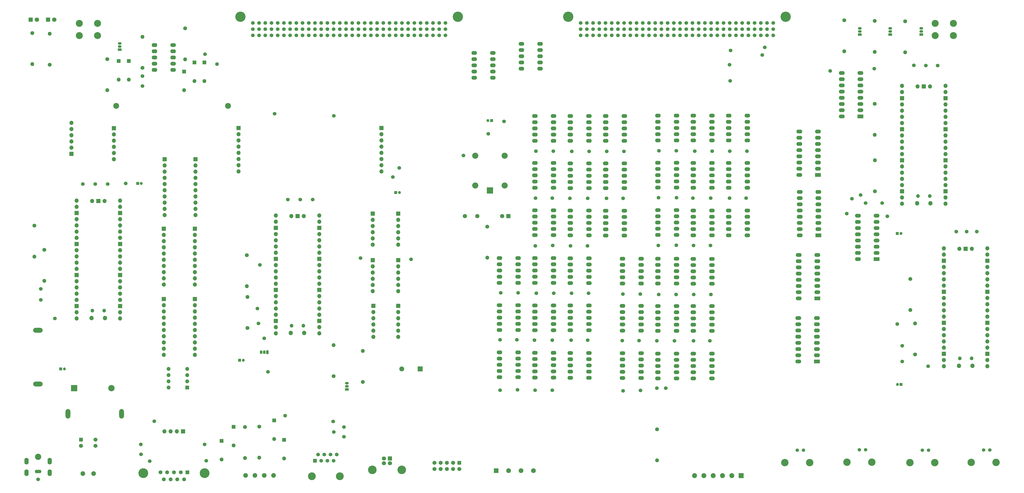
<source format=gbs>
G04 #@! TF.GenerationSoftware,KiCad,Pcbnew,(6.0.1)*
G04 #@! TF.CreationDate,2023-03-07T12:10:13-05:00*
G04 #@! TF.ProjectId,Interconnect,496e7465-7263-46f6-9e6e-6563742e6b69,1.0*
G04 #@! TF.SameCoordinates,Original*
G04 #@! TF.FileFunction,Soldermask,Bot*
G04 #@! TF.FilePolarity,Negative*
%FSLAX46Y46*%
G04 Gerber Fmt 4.6, Leading zero omitted, Abs format (unit mm)*
G04 Created by KiCad (PCBNEW (6.0.1)) date 2023-03-07 12:10:13*
%MOMM*%
%LPD*%
G01*
G04 APERTURE LIST*
%ADD10R,1.700000X1.700000*%
%ADD11O,1.700000X1.700000*%
%ADD12R,1.650000X1.650000*%
%ADD13C,1.650000*%
%ADD14C,1.500000*%
%ADD15C,2.400000*%
%ADD16O,2.400000X2.400000*%
%ADD17R,2.400000X1.600000*%
%ADD18O,2.400000X1.600000*%
%ADD19C,1.600000*%
%ADD20O,1.600000X1.600000*%
%ADD21O,2.300000X1.600000*%
%ADD22R,1.500000X1.050000*%
%ADD23O,1.500000X1.050000*%
%ADD24R,2.025000X2.025000*%
%ADD25C,2.025000*%
%ADD26R,1.600000X1.600000*%
%ADD27R,1.200000X1.200000*%
%ADD28C,1.200000*%
%ADD29C,4.200000*%
%ADD30C,3.200000*%
%ADD31R,1.500000X1.500000*%
%ADD32R,2.500000X2.500000*%
%ADD33O,2.500000X2.500000*%
%ADD34C,4.000000*%
%ADD35O,1.800000X1.800000*%
%ADD36O,1.500000X1.500000*%
%ADD37C,1.905000*%
%ADD38C,1.700000*%
%ADD39C,3.500000*%
%ADD40O,3.900000X1.950000*%
%ADD41C,1.398000*%
%ADD42C,3.015000*%
%ADD43R,1.800000X1.800000*%
%ADD44C,1.800000*%
%ADD45R,2.600000X2.600000*%
%ADD46O,2.600000X2.600000*%
%ADD47C,1.900000*%
%ADD48C,2.850000*%
%ADD49C,2.550000*%
%ADD50O,2.700002X1.400000*%
%ADD51O,1.750000X2.750000*%
%ADD52R,1.950000X1.950000*%
%ADD53C,1.950000*%
%ADD54R,1.725000X1.725000*%
%ADD55C,1.725000*%
%ADD56O,1.950000X3.900000*%
%ADD57R,2.000000X2.000000*%
%ADD58C,2.000000*%
%ADD59R,1.050000X1.500000*%
%ADD60O,1.050000X1.500000*%
G04 APERTURE END LIST*
D10*
X160020000Y-71120000D03*
D11*
X160020000Y-73660000D03*
X160020000Y-76200000D03*
X160020000Y-78740000D03*
X160020000Y-81280000D03*
X160020000Y-83820000D03*
X160020000Y-86360000D03*
X160020000Y-88900000D03*
D10*
X101600000Y-71120000D03*
D11*
X101600000Y-73660000D03*
X101600000Y-76200000D03*
X101600000Y-78740000D03*
X101600000Y-81280000D03*
X101600000Y-83820000D03*
X101600000Y-86360000D03*
X101600000Y-88900000D03*
D12*
X191830000Y-208197500D03*
D13*
X191830000Y-210737500D03*
X189290000Y-208197500D03*
X189290000Y-210737500D03*
X186750000Y-208197500D03*
X186750000Y-210737500D03*
X184210000Y-208197500D03*
X184210000Y-210737500D03*
X181670000Y-208197500D03*
X181670000Y-210737500D03*
D14*
X383519200Y-168656000D03*
D15*
X51580000Y-62120000D03*
D16*
X97300000Y-62120000D03*
D14*
X109743744Y-151161879D03*
D17*
X355869000Y-66408135D03*
D18*
X355869000Y-63868135D03*
X355869000Y-61328135D03*
X355869000Y-58788135D03*
X355869000Y-56248135D03*
X355869000Y-53708135D03*
X355869000Y-51168135D03*
X355869000Y-48628135D03*
X348249000Y-48628135D03*
X348249000Y-51168135D03*
X348249000Y-53708135D03*
X348249000Y-56248135D03*
X348249000Y-58788135D03*
X348249000Y-61328135D03*
X348249000Y-63868135D03*
X348249000Y-66408135D03*
D19*
X374142000Y-27434135D03*
D20*
X374142000Y-40134135D03*
D21*
X230378000Y-95644895D03*
X230378000Y-93104895D03*
X230378000Y-90564895D03*
X230378000Y-88024895D03*
X230378000Y-85484895D03*
X222758000Y-85484895D03*
X222758000Y-88024895D03*
X222758000Y-90564895D03*
X222758000Y-93104895D03*
X222758000Y-95644895D03*
X280693300Y-173649895D03*
X280693300Y-171109895D03*
X280693300Y-168569895D03*
X280693300Y-166029895D03*
X280693300Y-163489895D03*
X273073300Y-163489895D03*
X273073300Y-166029895D03*
X273073300Y-168569895D03*
X273073300Y-171109895D03*
X273073300Y-173649895D03*
D10*
X50673000Y-71249135D03*
D11*
X50673000Y-73789135D03*
X50673000Y-76329135D03*
X50673000Y-78869135D03*
X50673000Y-81409135D03*
X50673000Y-83949135D03*
D21*
X244856000Y-115129615D03*
X244856000Y-112589615D03*
X244856000Y-110049615D03*
X244856000Y-107509615D03*
X244856000Y-104969615D03*
X237236000Y-104969615D03*
X237236000Y-107509615D03*
X237236000Y-110049615D03*
X237236000Y-112589615D03*
X237236000Y-115129615D03*
D14*
X272618200Y-158294935D03*
D19*
X378236000Y-163830000D03*
D20*
X378236000Y-151130000D03*
D14*
X62357000Y-53977135D03*
D22*
X52980000Y-39080000D03*
D23*
X52980000Y-37810000D03*
X52980000Y-36540000D03*
D24*
X307100000Y-213480000D03*
D25*
X303290000Y-213480000D03*
X299480000Y-213480000D03*
X295670000Y-213480000D03*
X291860000Y-213480000D03*
X288050000Y-213480000D03*
D14*
X265379200Y-158162455D03*
D19*
X47930000Y-42920000D03*
D20*
X47930000Y-55620000D03*
D14*
X208508600Y-157883055D03*
D26*
X79375000Y-48006000D03*
D20*
X79375000Y-55626000D03*
D22*
X368025000Y-32895135D03*
D23*
X368025000Y-31625135D03*
X368025000Y-30355135D03*
D14*
X126873000Y-100459135D03*
X252095000Y-99976535D03*
X295198800Y-80601415D03*
D19*
X361696000Y-61214000D03*
D20*
X361696000Y-73914000D03*
D14*
X395097000Y-113538000D03*
X20747200Y-141471135D03*
X222885000Y-178511895D03*
D21*
X295156300Y-95638615D03*
X295156300Y-93098615D03*
X295156300Y-90558615D03*
X295156300Y-88018615D03*
X295156300Y-85478615D03*
X287536300Y-85478615D03*
X287536300Y-88018615D03*
X287536300Y-90558615D03*
X287536300Y-93098615D03*
X287536300Y-95638615D03*
D14*
X193548000Y-82425135D03*
D27*
X102020401Y-166245135D03*
D28*
X103520401Y-166245135D03*
D14*
X273227800Y-119249655D03*
D19*
X79756000Y-30355135D03*
D20*
X79756000Y-43055135D03*
D14*
X244906800Y-80740175D03*
X110333000Y-127189135D03*
X377672600Y-45491400D03*
D26*
X120250000Y-198800000D03*
D20*
X120250000Y-206420000D03*
D14*
X113663000Y-170969135D03*
X241477800Y-28145335D03*
X244017800Y-28145335D03*
X246557800Y-28145335D03*
X249097800Y-28145335D03*
X251637800Y-28145335D03*
X254177800Y-28145335D03*
X256717800Y-28145335D03*
X259257800Y-28145335D03*
X261797800Y-28145335D03*
X264337800Y-28145335D03*
X266877800Y-28145335D03*
X269417800Y-28145335D03*
X271957800Y-28145335D03*
X274497800Y-28145335D03*
X277037800Y-28145335D03*
X279577800Y-28145335D03*
X282117800Y-28145335D03*
X284657800Y-28145335D03*
X287197800Y-28145335D03*
X289737800Y-28145335D03*
X292277800Y-28145335D03*
X294817800Y-28145335D03*
X297357800Y-28145335D03*
X299897800Y-28145335D03*
X302437800Y-28145335D03*
X304977800Y-28145335D03*
X307517800Y-28145335D03*
X310057800Y-28145335D03*
X312597800Y-28145335D03*
X315137800Y-28145335D03*
X317677800Y-28145335D03*
X320217800Y-28145335D03*
X241477800Y-30685335D03*
X244017800Y-30685335D03*
X246557800Y-30685335D03*
X249097800Y-30685335D03*
X251637800Y-30685335D03*
X254177800Y-30685335D03*
X256717800Y-30685335D03*
X259257800Y-30685335D03*
X261797800Y-30685335D03*
X264337800Y-30685335D03*
X266877800Y-30685335D03*
X269417800Y-30685335D03*
X271957800Y-30685335D03*
X274497800Y-30685335D03*
X277037800Y-30685335D03*
X279577800Y-30685335D03*
X282117800Y-30685335D03*
X284657800Y-30685335D03*
X287197800Y-30685335D03*
X289737800Y-30685335D03*
X292277800Y-30685335D03*
X294817800Y-30685335D03*
X297357800Y-30685335D03*
X299897800Y-30685335D03*
X302437800Y-30685335D03*
X304977800Y-30685335D03*
X307517800Y-30685335D03*
X310057800Y-30685335D03*
X312597800Y-30685335D03*
X315137800Y-30685335D03*
X317677800Y-30685335D03*
X320217800Y-30685335D03*
X241477800Y-33225335D03*
X244017800Y-33225335D03*
X246557800Y-33225335D03*
X249097800Y-33225335D03*
X251637800Y-33225335D03*
X254177800Y-33225335D03*
X256717800Y-33225335D03*
X259257800Y-33225335D03*
X261797800Y-33225335D03*
X264337800Y-33225335D03*
X266877800Y-33225335D03*
X269417800Y-33225335D03*
X271957800Y-33225335D03*
X274497800Y-33225335D03*
X277037800Y-33225335D03*
X279577800Y-33225335D03*
X282117800Y-33225335D03*
X284657800Y-33225335D03*
X287197800Y-33225335D03*
X289737800Y-33225335D03*
X292277800Y-33225335D03*
X294817800Y-33225335D03*
X297357800Y-33225335D03*
X299897800Y-33225335D03*
X302437800Y-33225335D03*
X304977800Y-33225335D03*
X307517800Y-33225335D03*
X310057800Y-33225335D03*
X312597800Y-33225335D03*
X315137800Y-33225335D03*
X317677800Y-33225335D03*
X320217800Y-33225335D03*
D29*
X236397800Y-25605335D03*
X325297800Y-25605335D03*
D21*
X244871000Y-173451415D03*
X244871000Y-170911415D03*
X244871000Y-168371415D03*
X244871000Y-165831415D03*
X244871000Y-163291415D03*
X237251000Y-163291415D03*
X237251000Y-165831415D03*
X237251000Y-168371415D03*
X237251000Y-170911415D03*
X237251000Y-173451415D03*
D10*
X166898278Y-143927880D03*
D11*
X166898278Y-146467880D03*
X166898278Y-149007880D03*
X166898278Y-151547880D03*
X166898278Y-154087880D03*
X166898278Y-156627880D03*
D14*
X88413482Y-207338000D03*
X131953000Y-100459135D03*
X222605600Y-158015535D03*
D26*
X116126000Y-190870000D03*
D20*
X116126000Y-198490000D03*
D21*
X259350600Y-115195615D03*
X259350600Y-112655615D03*
X259350600Y-110115615D03*
X259350600Y-107575615D03*
X259350600Y-105035615D03*
X251730600Y-105035615D03*
X251730600Y-107575615D03*
X251730600Y-110115615D03*
X251730600Y-112655615D03*
X251730600Y-115195615D03*
D19*
X376301000Y-132969000D03*
D20*
X376301000Y-145669000D03*
D30*
X131587500Y-213700000D03*
X143017500Y-213700000D03*
D31*
X132857500Y-207350000D03*
D14*
X134127500Y-204810000D03*
X135397500Y-207350000D03*
X136667500Y-204810000D03*
X137937500Y-207350000D03*
X139207500Y-204810000D03*
X140477500Y-207350000D03*
X141747500Y-204810000D03*
D27*
X60349000Y-93855135D03*
D28*
X61849000Y-93855135D03*
D14*
X302387000Y-45214135D03*
D27*
X165867401Y-97560000D03*
D28*
X167367401Y-97560000D03*
D14*
X237794800Y-80740175D03*
X315722000Y-41277135D03*
D32*
X204373000Y-96679135D03*
D33*
X210373000Y-94679135D03*
X210373000Y-82479135D03*
X198373000Y-82479135D03*
X198373000Y-94679135D03*
D21*
X295179600Y-154231655D03*
X295179600Y-151691655D03*
X295179600Y-149151655D03*
X295179600Y-146611655D03*
X295179600Y-144071655D03*
X287559600Y-144071655D03*
X287559600Y-146611655D03*
X287559600Y-149151655D03*
X287559600Y-151691655D03*
X287559600Y-154231655D03*
D26*
X94663000Y-199252000D03*
D20*
X94663000Y-206872000D03*
D14*
X366903000Y-107317135D03*
D21*
X280693300Y-134813415D03*
X280693300Y-132273415D03*
X280693300Y-129733415D03*
X280693300Y-127193415D03*
X280693300Y-124653415D03*
X273073300Y-124653415D03*
X273073300Y-127193415D03*
X273073300Y-129733415D03*
X273073300Y-132273415D03*
X273073300Y-134813415D03*
D14*
X109347000Y-145036135D03*
X107442000Y-28145335D03*
X109982000Y-28145335D03*
X112522000Y-28145335D03*
X115062000Y-28145335D03*
X117602000Y-28145335D03*
X120142000Y-28145335D03*
X122682000Y-28145335D03*
X125222000Y-28145335D03*
X127762000Y-28145335D03*
X130302000Y-28145335D03*
X132842000Y-28145335D03*
X135382000Y-28145335D03*
X137922000Y-28145335D03*
X140462000Y-28145335D03*
X143002000Y-28145335D03*
X145542000Y-28145335D03*
X148082000Y-28145335D03*
X150622000Y-28145335D03*
X153162000Y-28145335D03*
X155702000Y-28145335D03*
X158242000Y-28145335D03*
X160782000Y-28145335D03*
X163322000Y-28145335D03*
X165862000Y-28145335D03*
X168402000Y-28145335D03*
X170942000Y-28145335D03*
X173482000Y-28145335D03*
X176022000Y-28145335D03*
X178562000Y-28145335D03*
X181102000Y-28145335D03*
X183642000Y-28145335D03*
X186182000Y-28145335D03*
X107442000Y-30685335D03*
X109982000Y-30685335D03*
X112522000Y-30685335D03*
X115062000Y-30685335D03*
X117602000Y-30685335D03*
X120142000Y-30685335D03*
X122682000Y-30685335D03*
X125222000Y-30685335D03*
X127762000Y-30685335D03*
X130302000Y-30685335D03*
X132842000Y-30685335D03*
X135382000Y-30685335D03*
X137922000Y-30685335D03*
X140462000Y-30685335D03*
X143002000Y-30685335D03*
X145542000Y-30685335D03*
X148082000Y-30685335D03*
X150622000Y-30685335D03*
X153162000Y-30685335D03*
X155702000Y-30685335D03*
X158242000Y-30685335D03*
X160782000Y-30685335D03*
X163322000Y-30685335D03*
X165862000Y-30685335D03*
X168402000Y-30685335D03*
X170942000Y-30685335D03*
X173482000Y-30685335D03*
X176022000Y-30685335D03*
X178562000Y-30685335D03*
X181102000Y-30685335D03*
X183642000Y-30685335D03*
X186182000Y-30685335D03*
X107442000Y-33225335D03*
X109982000Y-33225335D03*
X112522000Y-33225335D03*
X115062000Y-33225335D03*
X117602000Y-33225335D03*
X120142000Y-33225335D03*
X122682000Y-33225335D03*
X125222000Y-33225335D03*
X127762000Y-33225335D03*
X130302000Y-33225335D03*
X132842000Y-33225335D03*
X135382000Y-33225335D03*
X137922000Y-33225335D03*
X140462000Y-33225335D03*
X143002000Y-33225335D03*
X145542000Y-33225335D03*
X148082000Y-33225335D03*
X150622000Y-33225335D03*
X153162000Y-33225335D03*
X155702000Y-33225335D03*
X158242000Y-33225335D03*
X160782000Y-33225335D03*
X163322000Y-33225335D03*
X165862000Y-33225335D03*
X168402000Y-33225335D03*
X170942000Y-33225335D03*
X173482000Y-33225335D03*
X176022000Y-33225335D03*
X178562000Y-33225335D03*
X181102000Y-33225335D03*
X183642000Y-33225335D03*
X186182000Y-33225335D03*
D29*
X102362000Y-25605335D03*
X191262000Y-25605335D03*
D14*
X151467278Y-124432880D03*
D26*
X56769000Y-43690135D03*
D20*
X56769000Y-51310135D03*
D14*
X26462200Y-149091135D03*
D10*
X166865778Y-125258880D03*
D11*
X166865778Y-127798880D03*
X166865778Y-130338880D03*
X166865778Y-132878880D03*
X166865778Y-135418880D03*
X166865778Y-137958880D03*
D14*
X222935800Y-119388415D03*
X372999000Y-166751000D03*
D10*
X83739000Y-141182635D03*
D11*
X83739000Y-143722635D03*
X83739000Y-146262635D03*
X83739000Y-148802635D03*
X83739000Y-151342635D03*
X83739000Y-153882635D03*
X83739000Y-156422635D03*
X83739000Y-158962635D03*
X83739000Y-161502635D03*
X83739000Y-164042635D03*
D22*
X380725000Y-32895135D03*
D23*
X380725000Y-31625135D03*
X380725000Y-30355135D03*
D21*
X230386300Y-134564415D03*
X230386300Y-132024415D03*
X230386300Y-129484415D03*
X230386300Y-126944415D03*
X230386300Y-124404415D03*
X222766300Y-124404415D03*
X222766300Y-126944415D03*
X222766300Y-129484415D03*
X222766300Y-132024415D03*
X222766300Y-134564415D03*
D34*
X87681000Y-212427669D03*
X62681000Y-212427669D03*
D26*
X80721000Y-212127669D03*
D19*
X77951000Y-212127669D03*
X75181000Y-212127669D03*
X72411000Y-212127669D03*
X69641000Y-212127669D03*
X79336000Y-214967669D03*
X76566000Y-214967669D03*
X73796000Y-214967669D03*
X71026000Y-214967669D03*
D14*
X280492200Y-139270335D03*
X288086800Y-80601415D03*
D19*
X272733000Y-194549135D03*
D20*
X272733000Y-207249135D03*
D19*
X105283000Y-153037135D03*
D20*
X105283000Y-140337135D03*
D21*
X230378000Y-173334895D03*
X230378000Y-170794895D03*
X230378000Y-168254895D03*
X230378000Y-165714895D03*
X230378000Y-163174895D03*
X222758000Y-163174895D03*
X222758000Y-165714895D03*
X222758000Y-168254895D03*
X222758000Y-170794895D03*
X222758000Y-173334895D03*
D14*
X361569000Y-46863000D03*
D21*
X244856000Y-134622135D03*
X244856000Y-132082135D03*
X244856000Y-129542135D03*
X244856000Y-127002135D03*
X244856000Y-124462135D03*
X237236000Y-124462135D03*
X237236000Y-127002135D03*
X237236000Y-129542135D03*
X237236000Y-132082135D03*
X237236000Y-134622135D03*
D14*
X87744000Y-200690000D03*
D21*
X224854500Y-46860135D03*
X224854500Y-44320135D03*
X224854500Y-41780135D03*
X224854500Y-39240135D03*
X224854500Y-36700135D03*
X217234500Y-36700135D03*
X217234500Y-39240135D03*
X217234500Y-41780135D03*
X217234500Y-44320135D03*
X217234500Y-46860135D03*
D35*
X41517200Y-148961135D03*
D36*
X41817200Y-145931135D03*
X46667200Y-145931135D03*
D35*
X46967200Y-148961135D03*
D11*
X53132200Y-149091135D03*
X53132200Y-146551135D03*
D10*
X53132200Y-144011135D03*
D11*
X53132200Y-141471135D03*
X53132200Y-138931135D03*
X53132200Y-136391135D03*
X53132200Y-133851135D03*
D10*
X53132200Y-131311135D03*
D11*
X53132200Y-128771135D03*
X53132200Y-126231135D03*
X53132200Y-123691135D03*
X53132200Y-121151135D03*
D10*
X53132200Y-118611135D03*
D11*
X53132200Y-116071135D03*
X53132200Y-113531135D03*
X53132200Y-110991135D03*
X53132200Y-108451135D03*
D10*
X53132200Y-105911135D03*
D11*
X53132200Y-103371135D03*
X53132200Y-100831135D03*
X35352200Y-100831135D03*
X35352200Y-103371135D03*
D10*
X35352200Y-105911135D03*
D11*
X35352200Y-108451135D03*
X35352200Y-110991135D03*
X35352200Y-113531135D03*
X35352200Y-116071135D03*
D10*
X35352200Y-118611135D03*
D11*
X35352200Y-121151135D03*
X35352200Y-123691135D03*
X35352200Y-126231135D03*
X35352200Y-128771135D03*
D10*
X35352200Y-131311135D03*
D11*
X35352200Y-133851135D03*
X35352200Y-136391135D03*
X35352200Y-138931135D03*
X35352200Y-141471135D03*
D10*
X35352200Y-144011135D03*
D11*
X35352200Y-146551135D03*
X35352200Y-149091135D03*
X46782200Y-101061135D03*
D10*
X44242200Y-101061135D03*
D11*
X41702200Y-101061135D03*
D19*
X349250000Y-27053135D03*
D20*
X349250000Y-39753135D03*
D14*
X229844600Y-158015535D03*
D21*
X244864300Y-95777375D03*
X244864300Y-93237375D03*
X244864300Y-90697375D03*
X244864300Y-88157375D03*
X244864300Y-85617375D03*
X237244300Y-85617375D03*
X237244300Y-88157375D03*
X237244300Y-90697375D03*
X237244300Y-93237375D03*
X237244300Y-95777375D03*
X215900000Y-153850175D03*
X215900000Y-151310175D03*
X215900000Y-148770175D03*
X215900000Y-146230175D03*
X215900000Y-143690175D03*
X208280000Y-143690175D03*
X208280000Y-146230175D03*
X208280000Y-148770175D03*
X208280000Y-151310175D03*
X208280000Y-153850175D03*
D26*
X52578000Y-43690135D03*
D20*
X52578000Y-51310135D03*
D14*
X208534000Y-178506415D03*
X350266000Y-106174135D03*
D10*
X156446022Y-106237135D03*
D11*
X156446022Y-108777135D03*
X156446022Y-111317135D03*
X156446022Y-113857135D03*
X156446022Y-116397135D03*
X156446022Y-118937135D03*
D14*
X230047800Y-119261415D03*
X352425000Y-100078135D03*
X244703600Y-138787735D03*
X144706000Y-193579000D03*
X61729000Y-204761669D03*
D21*
X309642600Y-76220375D03*
X309642600Y-73680375D03*
X309642600Y-71140375D03*
X309642600Y-68600375D03*
X309642600Y-66060375D03*
X302022600Y-66060375D03*
X302022600Y-68600375D03*
X302022600Y-71140375D03*
X302022600Y-73680375D03*
X302022600Y-76220375D03*
D14*
X280670000Y-99705295D03*
D21*
X230386300Y-153982655D03*
X230386300Y-151442655D03*
X230386300Y-148902655D03*
X230386300Y-146362655D03*
X230386300Y-143822655D03*
X222766300Y-143822655D03*
X222766300Y-146362655D03*
X222766300Y-148902655D03*
X222766300Y-151442655D03*
X222766300Y-153982655D03*
D22*
X355600000Y-32895135D03*
D23*
X355600000Y-31625135D03*
X355600000Y-30355135D03*
D19*
X140462000Y-172720000D03*
D20*
X140462000Y-160020000D03*
D21*
X280670000Y-114924375D03*
X280670000Y-112384375D03*
X280670000Y-109844375D03*
X280670000Y-107304375D03*
X280670000Y-104764375D03*
X273050000Y-104764375D03*
X273050000Y-107304375D03*
X273050000Y-109844375D03*
X273050000Y-112384375D03*
X273050000Y-114924375D03*
X205550500Y-50543135D03*
X205550500Y-48003135D03*
X205550500Y-45463135D03*
X205550500Y-42923135D03*
X205550500Y-40383135D03*
X197930500Y-40383135D03*
X197930500Y-42923135D03*
X197930500Y-45463135D03*
X197930500Y-48003135D03*
X197930500Y-50543135D03*
D14*
X121793000Y-100459135D03*
X237286800Y-119393895D03*
D27*
X205065600Y-68074135D03*
D28*
X203565600Y-68074135D03*
D14*
X215874600Y-138655255D03*
X302437800Y-80596335D03*
D21*
X215900000Y-173177895D03*
X215900000Y-170637895D03*
X215900000Y-168097895D03*
X215900000Y-165557895D03*
X215900000Y-163017895D03*
X208280000Y-163017895D03*
X208280000Y-165557895D03*
X208280000Y-168097895D03*
X208280000Y-170637895D03*
X208280000Y-173177895D03*
D14*
X140589000Y-66169135D03*
X61650000Y-200700000D03*
X167280000Y-87470000D03*
X279857200Y-158294935D03*
D17*
X362473000Y-124828135D03*
D18*
X362473000Y-122288135D03*
X362473000Y-119748135D03*
X362473000Y-117208135D03*
X362473000Y-114668135D03*
X362473000Y-112128135D03*
X362473000Y-109588135D03*
X362473000Y-107048135D03*
X354853000Y-107048135D03*
X354853000Y-109588135D03*
X354853000Y-112128135D03*
X354853000Y-114668135D03*
X354853000Y-117208135D03*
X354853000Y-119748135D03*
X354853000Y-122288135D03*
X354853000Y-124828135D03*
D14*
X343535000Y-47754135D03*
X87884000Y-40894000D03*
D10*
X71374000Y-83949135D03*
D11*
X71374000Y-86489135D03*
X71374000Y-89029135D03*
X71374000Y-91569135D03*
X71374000Y-94109135D03*
X71374000Y-96649135D03*
X71374000Y-99189135D03*
X71374000Y-101729135D03*
X71374000Y-104269135D03*
X71374000Y-106809135D03*
D37*
X104487000Y-213433000D03*
X108297000Y-213433000D03*
X112107000Y-213433000D03*
X115917000Y-213433000D03*
D21*
X74867500Y-47368135D03*
X74867500Y-44828135D03*
X74867500Y-42288135D03*
X74867500Y-39748135D03*
X74867500Y-37208135D03*
X67247500Y-37208135D03*
X67247500Y-39748135D03*
X67247500Y-42288135D03*
X67247500Y-44828135D03*
X67247500Y-47368135D03*
D14*
X229870000Y-99844055D03*
D19*
X105029000Y-123192135D03*
D20*
X105029000Y-135892135D03*
D21*
X215900000Y-134564415D03*
X215900000Y-132024415D03*
X215900000Y-129484415D03*
X215900000Y-126944415D03*
X215900000Y-124404415D03*
X208280000Y-124404415D03*
X208280000Y-126944415D03*
X208280000Y-129484415D03*
X208280000Y-132024415D03*
X208280000Y-134564415D03*
D19*
X24384000Y-45214135D03*
D20*
X24384000Y-32514135D03*
D14*
X112141000Y-157228135D03*
D21*
X295163000Y-134871135D03*
X295163000Y-132331135D03*
X295163000Y-129791135D03*
X295163000Y-127251135D03*
X295163000Y-124711135D03*
X287543000Y-124711135D03*
X287543000Y-127251135D03*
X287543000Y-129791135D03*
X287543000Y-132331135D03*
X287543000Y-134871135D03*
D14*
X144706000Y-197516000D03*
D10*
X163530000Y-206432500D03*
D38*
X161030000Y-206432500D03*
X161030000Y-208432500D03*
X163530000Y-208432500D03*
D39*
X156260000Y-211142500D03*
X168300000Y-211142500D03*
D14*
X302387000Y-99837775D03*
D21*
X280693300Y-154231655D03*
X280693300Y-151691655D03*
X280693300Y-149151655D03*
X280693300Y-146611655D03*
X280693300Y-144071655D03*
X273073300Y-144071655D03*
X273073300Y-146611655D03*
X273073300Y-149151655D03*
X273073300Y-151691655D03*
X273073300Y-154231655D03*
D40*
X19591750Y-175975135D03*
X19591750Y-153975135D03*
D21*
X266207000Y-173479135D03*
X266207000Y-170939135D03*
X266207000Y-168399135D03*
X266207000Y-165859135D03*
X266207000Y-163319135D03*
X258587000Y-163319135D03*
X258587000Y-165859135D03*
X258587000Y-168399135D03*
X258587000Y-170939135D03*
X258587000Y-173479135D03*
D14*
X287604200Y-158294935D03*
D21*
X259334000Y-76416855D03*
X259334000Y-73876855D03*
X259334000Y-71336855D03*
X259334000Y-68796855D03*
X259334000Y-66256855D03*
X251714000Y-66256855D03*
X251714000Y-68796855D03*
X251714000Y-71336855D03*
X251714000Y-73876855D03*
X251714000Y-76416855D03*
X230378000Y-76359135D03*
X230378000Y-73819135D03*
X230378000Y-71279135D03*
X230378000Y-68739135D03*
X230378000Y-66199135D03*
X222758000Y-66199135D03*
X222758000Y-68739135D03*
X222758000Y-71279135D03*
X222758000Y-73819135D03*
X222758000Y-76359135D03*
D14*
X223189800Y-80607695D03*
X215366600Y-157883055D03*
D41*
X381130000Y-203030000D03*
X383670000Y-203030000D03*
D42*
X376050000Y-208110000D03*
X386210000Y-208110000D03*
D10*
X83949000Y-83949135D03*
D11*
X83949000Y-86489135D03*
X83949000Y-89029135D03*
X83949000Y-91569135D03*
X83949000Y-94109135D03*
X83949000Y-96649135D03*
X83949000Y-99189135D03*
X83949000Y-101729135D03*
X83949000Y-104269135D03*
X83949000Y-106809135D03*
D21*
X266207000Y-154099175D03*
X266207000Y-151559175D03*
X266207000Y-149019175D03*
X266207000Y-146479175D03*
X266207000Y-143939175D03*
X258587000Y-143939175D03*
X258587000Y-146479175D03*
X258587000Y-149019175D03*
X258587000Y-151559175D03*
X258587000Y-154099175D03*
D14*
X355981000Y-98552000D03*
D21*
X259334000Y-95765615D03*
X259334000Y-93225615D03*
X259334000Y-90685615D03*
X259334000Y-88145615D03*
X259334000Y-85605615D03*
X251714000Y-85605615D03*
X251714000Y-88145615D03*
X251714000Y-90685615D03*
X251714000Y-93225615D03*
X251714000Y-95765615D03*
D14*
X203708000Y-73535135D03*
X215646000Y-178379415D03*
X273481800Y-80468935D03*
X316738000Y-38102135D03*
D10*
X71039000Y-141182635D03*
D11*
X71039000Y-143722635D03*
X71039000Y-146262635D03*
X71039000Y-148802635D03*
X71039000Y-151342635D03*
X71039000Y-153882635D03*
X71039000Y-156422635D03*
X71039000Y-158962635D03*
X71039000Y-161502635D03*
X71039000Y-164042635D03*
D14*
X223367600Y-138787735D03*
D21*
X280670000Y-95506135D03*
X280670000Y-92966135D03*
X280670000Y-90426135D03*
X280670000Y-87886135D03*
X280670000Y-85346135D03*
X273050000Y-85346135D03*
X273050000Y-87886135D03*
X273050000Y-90426135D03*
X273050000Y-92966135D03*
X273050000Y-95506135D03*
D19*
X17272000Y-32260135D03*
D20*
X17272000Y-44960135D03*
D27*
X28868401Y-169801135D03*
D28*
X30368401Y-169801135D03*
D14*
X37973000Y-94109135D03*
X258775200Y-139137855D03*
D43*
X16632000Y-26799135D03*
D44*
X19172000Y-26799135D03*
D45*
X34417000Y-177675135D03*
D46*
X49657000Y-177675135D03*
D14*
X294563800Y-119255135D03*
D41*
X355470000Y-202880000D03*
X358010000Y-202880000D03*
D42*
X350390000Y-207960000D03*
X360550000Y-207960000D03*
D19*
X110030000Y-193410000D03*
D20*
X110030000Y-206110000D03*
D14*
X294335200Y-158294935D03*
X273304000Y-99705295D03*
D19*
X104188000Y-193537000D03*
D20*
X104188000Y-206237000D03*
D14*
X309118000Y-99837775D03*
D43*
X23744000Y-26799135D03*
D44*
X26284000Y-26799135D03*
D47*
X37920000Y-212660000D03*
X42320000Y-212660000D03*
D12*
X37170000Y-198760000D03*
D13*
X37170000Y-201260000D03*
X43070000Y-198760000D03*
X43070000Y-201260000D03*
D41*
X330040000Y-203020000D03*
X332580000Y-203020000D03*
D42*
X324960000Y-208100000D03*
X335120000Y-208100000D03*
D14*
X280593800Y-80468935D03*
X55499000Y-93855135D03*
X273380200Y-139270335D03*
X48133000Y-94109135D03*
D48*
X43942000Y-28300000D03*
X36452000Y-28300000D03*
X36452000Y-33300000D03*
X43942000Y-33300000D03*
D14*
X358013000Y-101854000D03*
D27*
X370967000Y-114300000D03*
D28*
X372467000Y-114300000D03*
D21*
X295156300Y-76220375D03*
X295156300Y-73680375D03*
X295156300Y-71140375D03*
X295156300Y-68600375D03*
X295156300Y-66060375D03*
X287536300Y-66060375D03*
X287536300Y-68600375D03*
X287536300Y-71140375D03*
X287536300Y-73680375D03*
X287536300Y-76220375D03*
D14*
X244271800Y-119393895D03*
D10*
X71061500Y-112406135D03*
D11*
X71061500Y-114946135D03*
X71061500Y-117486135D03*
X71061500Y-120026135D03*
X71061500Y-122566135D03*
X71061500Y-125106135D03*
X71061500Y-127646135D03*
X71061500Y-130186135D03*
X71061500Y-132726135D03*
X71061500Y-135266135D03*
D14*
X19660000Y-215030000D03*
D49*
X19660000Y-205780000D03*
D50*
X19660000Y-211780000D03*
D51*
X14910000Y-212280000D03*
X24410000Y-212280000D03*
X14910000Y-207580000D03*
X24410000Y-207580000D03*
D14*
X20747200Y-137026135D03*
D19*
X62357000Y-46484135D03*
D20*
X62357000Y-33784135D03*
D35*
X384512400Y-102003400D03*
D36*
X384212400Y-98973400D03*
D35*
X379062400Y-102003400D03*
D36*
X379362400Y-98973400D03*
D11*
X390677400Y-102133400D03*
X390677400Y-99593400D03*
D10*
X390677400Y-97053400D03*
D11*
X390677400Y-94513400D03*
X390677400Y-91973400D03*
X390677400Y-89433400D03*
X390677400Y-86893400D03*
D10*
X390677400Y-84353400D03*
D11*
X390677400Y-81813400D03*
X390677400Y-79273400D03*
X390677400Y-76733400D03*
X390677400Y-74193400D03*
D10*
X390677400Y-71653400D03*
D11*
X390677400Y-69113400D03*
X390677400Y-66573400D03*
X390677400Y-64033400D03*
X390677400Y-61493400D03*
D10*
X390677400Y-58953400D03*
D11*
X390677400Y-56413400D03*
X390677400Y-53873400D03*
X372897400Y-53873400D03*
X372897400Y-56413400D03*
D10*
X372897400Y-58953400D03*
D11*
X372897400Y-61493400D03*
X372897400Y-64033400D03*
X372897400Y-66573400D03*
X372897400Y-69113400D03*
D10*
X372897400Y-71653400D03*
D11*
X372897400Y-74193400D03*
X372897400Y-76733400D03*
X372897400Y-79273400D03*
X372897400Y-81813400D03*
D10*
X372897400Y-84353400D03*
D11*
X372897400Y-86893400D03*
X372897400Y-89433400D03*
X372897400Y-91973400D03*
X372897400Y-94513400D03*
D10*
X372897400Y-97053400D03*
D11*
X372897400Y-99593400D03*
X372897400Y-102133400D03*
X384327400Y-54103400D03*
D10*
X381787400Y-54103400D03*
D11*
X379247400Y-54103400D03*
D14*
X164690000Y-91230000D03*
X237109000Y-99976535D03*
X92837000Y-44960135D03*
X258826000Y-99976535D03*
X65253482Y-207528000D03*
X172168278Y-124940880D03*
X387451600Y-45618400D03*
X208762600Y-138655255D03*
D19*
X18161000Y-111127135D03*
D20*
X18161000Y-123827135D03*
D14*
X403479000Y-113538000D03*
X237718600Y-138782655D03*
X302768000Y-39372135D03*
D10*
X156451778Y-125258880D03*
D11*
X156451778Y-127798880D03*
X156451778Y-130338880D03*
X156451778Y-132878880D03*
X156451778Y-135418880D03*
X156451778Y-137958880D03*
D26*
X80635000Y-177411135D03*
D20*
X80635000Y-174871135D03*
X80635000Y-172331135D03*
X80635000Y-169791135D03*
X73015000Y-169791135D03*
X73015000Y-172331135D03*
X73015000Y-174871135D03*
X73015000Y-177411135D03*
D52*
X206930000Y-211420000D03*
D53*
X212010000Y-211420000D03*
X217090000Y-211420000D03*
X222170000Y-211420000D03*
D14*
X120660000Y-188920000D03*
D54*
X211963000Y-107190135D03*
D55*
X209423000Y-107190135D03*
X199263000Y-107190135D03*
X194183000Y-107190135D03*
D21*
X266207000Y-134813415D03*
X266207000Y-132273415D03*
X266207000Y-129733415D03*
X266207000Y-127193415D03*
X266207000Y-124653415D03*
X258587000Y-124653415D03*
X258587000Y-127193415D03*
X258587000Y-129733415D03*
X258587000Y-132273415D03*
X258587000Y-134813415D03*
D14*
X43053000Y-94109135D03*
X140330000Y-191270000D03*
D10*
X166860022Y-106237135D03*
D11*
X166860022Y-108777135D03*
X166860022Y-111317135D03*
X166860022Y-113857135D03*
X166860022Y-116397135D03*
X166860022Y-118937135D03*
D14*
X229870000Y-178511895D03*
D21*
X244864300Y-76359135D03*
X244864300Y-73819135D03*
X244864300Y-71279135D03*
X244864300Y-68739135D03*
X244864300Y-66199135D03*
X237244300Y-66199135D03*
X237244300Y-68739135D03*
X237244300Y-71279135D03*
X237244300Y-73819135D03*
X237244300Y-76359135D03*
D10*
X83761500Y-112401135D03*
D11*
X83761500Y-114941135D03*
X83761500Y-117481135D03*
X83761500Y-120021135D03*
X83761500Y-122561135D03*
X83761500Y-125101135D03*
X83761500Y-127641135D03*
X83761500Y-130181135D03*
X83761500Y-132721135D03*
X83761500Y-135261135D03*
D19*
X22225000Y-121033135D03*
D20*
X22225000Y-133733135D03*
D35*
X396182000Y-168526000D03*
D36*
X396482000Y-165496000D03*
D35*
X401632000Y-168526000D03*
D36*
X401332000Y-165496000D03*
D11*
X407797000Y-168656000D03*
X407797000Y-166116000D03*
D10*
X407797000Y-163576000D03*
D11*
X407797000Y-161036000D03*
X407797000Y-158496000D03*
X407797000Y-155956000D03*
X407797000Y-153416000D03*
D10*
X407797000Y-150876000D03*
D11*
X407797000Y-148336000D03*
X407797000Y-145796000D03*
X407797000Y-143256000D03*
X407797000Y-140716000D03*
D10*
X407797000Y-138176000D03*
D11*
X407797000Y-135636000D03*
X407797000Y-133096000D03*
X407797000Y-130556000D03*
X407797000Y-128016000D03*
D10*
X407797000Y-125476000D03*
D11*
X407797000Y-122936000D03*
X407797000Y-120396000D03*
X390017000Y-120396000D03*
X390017000Y-122936000D03*
D10*
X390017000Y-125476000D03*
D11*
X390017000Y-128016000D03*
X390017000Y-130556000D03*
X390017000Y-133096000D03*
X390017000Y-135636000D03*
D10*
X390017000Y-138176000D03*
D11*
X390017000Y-140716000D03*
X390017000Y-143256000D03*
X390017000Y-145796000D03*
X390017000Y-148336000D03*
D10*
X390017000Y-150876000D03*
D11*
X390017000Y-153416000D03*
X390017000Y-155956000D03*
X390017000Y-158496000D03*
X390017000Y-161036000D03*
D10*
X390017000Y-163576000D03*
D11*
X390017000Y-166116000D03*
X390017000Y-168656000D03*
X401447000Y-120626000D03*
D10*
X398907000Y-120626000D03*
D11*
X396367000Y-120626000D03*
D26*
X87630000Y-44325135D03*
D20*
X87630000Y-51945135D03*
D14*
X309422800Y-80601415D03*
D19*
X361797600Y-97053400D03*
D20*
X361797600Y-84353400D03*
D14*
X252145800Y-80735095D03*
D56*
X53799000Y-188182385D03*
X31799000Y-188182385D03*
D10*
X33234400Y-81772285D03*
D11*
X33234400Y-79232285D03*
X33234400Y-76692285D03*
X33234400Y-74152285D03*
X33234400Y-71612285D03*
X33234400Y-69072285D03*
D17*
X338089000Y-166738135D03*
D18*
X338089000Y-164198135D03*
X338089000Y-161658135D03*
X338089000Y-159118135D03*
X338089000Y-156578135D03*
X338089000Y-154038135D03*
X338089000Y-151498135D03*
X338089000Y-148958135D03*
X330469000Y-148958135D03*
X330469000Y-151498135D03*
X330469000Y-154038135D03*
X330469000Y-156578135D03*
X330469000Y-159118135D03*
X330469000Y-161658135D03*
X330469000Y-164198135D03*
X330469000Y-166738135D03*
D17*
X338470000Y-90411135D03*
D18*
X338470000Y-87871135D03*
X338470000Y-85331135D03*
X338470000Y-82791135D03*
X338470000Y-80251135D03*
X338470000Y-77711135D03*
X338470000Y-75171135D03*
X338470000Y-72631135D03*
X330850000Y-72631135D03*
X330850000Y-75171135D03*
X330850000Y-77711135D03*
X330850000Y-80251135D03*
X330850000Y-82791135D03*
X330850000Y-85331135D03*
X330850000Y-87871135D03*
X330850000Y-90411135D03*
D26*
X83566000Y-44325135D03*
D20*
X83566000Y-51945135D03*
D14*
X370967000Y-151384000D03*
D17*
X338709000Y-115064135D03*
D18*
X338709000Y-112524135D03*
X338709000Y-109984135D03*
X338709000Y-107444135D03*
X338709000Y-104904135D03*
X338709000Y-102364135D03*
X338709000Y-99824135D03*
X338709000Y-97284135D03*
X331089000Y-97284135D03*
X331089000Y-99824135D03*
X331089000Y-102364135D03*
X331089000Y-104904135D03*
X331089000Y-107444135D03*
X331089000Y-109984135D03*
X331089000Y-112524135D03*
X331089000Y-115064135D03*
D26*
X99560000Y-193500000D03*
D20*
X99560000Y-201120000D03*
D19*
X152400000Y-175133000D03*
D20*
X152400000Y-162433000D03*
D14*
X265953000Y-178628415D03*
X265887200Y-139137855D03*
X244348000Y-99976535D03*
D17*
X338216000Y-140957135D03*
D18*
X338216000Y-138417135D03*
X338216000Y-135877135D03*
X338216000Y-133337135D03*
X338216000Y-130797135D03*
X338216000Y-128257135D03*
X338216000Y-125717135D03*
X338216000Y-123177135D03*
X330596000Y-123177135D03*
X330596000Y-125717135D03*
X330596000Y-128257135D03*
X330596000Y-130797135D03*
X330596000Y-133337135D03*
X330596000Y-135877135D03*
X330596000Y-138417135D03*
X330596000Y-140957135D03*
D14*
X382625600Y-45618400D03*
D21*
X295156300Y-115056855D03*
X295156300Y-112516855D03*
X295156300Y-109976855D03*
X295156300Y-107436855D03*
X295156300Y-104896855D03*
X287536300Y-104896855D03*
X287536300Y-107436855D03*
X287536300Y-109976855D03*
X287536300Y-112516855D03*
X287536300Y-115056855D03*
D14*
X287578800Y-119255135D03*
X210185000Y-68455135D03*
D21*
X309642600Y-95638615D03*
X309642600Y-93098615D03*
X309642600Y-90558615D03*
X309642600Y-88018615D03*
X309642600Y-85478615D03*
X302022600Y-85478615D03*
X302022600Y-88018615D03*
X302022600Y-90558615D03*
X302022600Y-93098615D03*
X302022600Y-95638615D03*
D14*
X364718600Y-101879400D03*
D48*
X393877800Y-28300000D03*
X386387800Y-28300000D03*
X386387800Y-33300000D03*
X393877800Y-33300000D03*
D14*
X230479600Y-138787735D03*
X258521200Y-158162455D03*
X294716200Y-139270335D03*
X116332000Y-65280135D03*
X302641000Y-51818135D03*
D10*
X156738278Y-143927880D03*
D11*
X156738278Y-146467880D03*
X156738278Y-149007880D03*
X156738278Y-151547880D03*
X156738278Y-154087880D03*
X156738278Y-156627880D03*
D57*
X175885000Y-169801135D03*
D58*
X168285000Y-169801135D03*
D14*
X223012000Y-99844055D03*
D21*
X295179600Y-173649895D03*
X295179600Y-171109895D03*
X295179600Y-168569895D03*
X295179600Y-166029895D03*
X295179600Y-163489895D03*
X287559600Y-163489895D03*
X287559600Y-166029895D03*
X287559600Y-168569895D03*
X287559600Y-171109895D03*
X287559600Y-173649895D03*
X280670000Y-76220375D03*
X280670000Y-73680375D03*
X280670000Y-71140375D03*
X280670000Y-68600375D03*
X280670000Y-66060375D03*
X273050000Y-66060375D03*
X273050000Y-68600375D03*
X273050000Y-71140375D03*
X273050000Y-73680375D03*
X273050000Y-76220375D03*
D14*
X62357000Y-49913135D03*
X276275800Y-177675135D03*
D59*
X113411000Y-162943135D03*
D60*
X112141000Y-162943135D03*
X110871000Y-162943135D03*
D21*
X309642600Y-115056855D03*
X309642600Y-112516855D03*
X309642600Y-109976855D03*
X309642600Y-107436855D03*
X309642600Y-104896855D03*
X302022600Y-104896855D03*
X302022600Y-107436855D03*
X302022600Y-109976855D03*
X302022600Y-112516855D03*
X302022600Y-115056855D03*
D19*
X203327000Y-111506000D03*
D20*
X203327000Y-124206000D03*
D14*
X372999000Y-160274000D03*
X280593800Y-119122655D03*
X140584000Y-195588000D03*
X287401000Y-99837775D03*
X294640000Y-99837775D03*
D22*
X145923000Y-178183135D03*
D23*
X145923000Y-176913135D03*
X145923000Y-175643135D03*
D14*
X259130800Y-80740175D03*
D19*
X361696000Y-27307135D03*
D20*
X361696000Y-40007135D03*
D27*
X372491000Y-176151135D03*
D28*
X370991000Y-176151135D03*
D14*
X230301800Y-80607695D03*
D41*
X406220000Y-202970000D03*
X408760000Y-202970000D03*
D42*
X401140000Y-208050000D03*
X411300000Y-208050000D03*
D14*
X272618200Y-177675135D03*
D10*
X78943000Y-195363669D03*
D11*
X76403000Y-195363669D03*
X73863000Y-195363669D03*
X71323000Y-195363669D03*
D14*
X244322600Y-158015535D03*
D36*
X123269944Y-152065879D03*
D35*
X122969944Y-155095879D03*
D36*
X128119944Y-152065879D03*
D35*
X128419944Y-155095879D03*
D11*
X134584944Y-155225879D03*
X134584944Y-152685879D03*
D10*
X134584944Y-150145879D03*
D11*
X134584944Y-147605879D03*
X134584944Y-145065879D03*
X134584944Y-142525879D03*
X134584944Y-139985879D03*
D10*
X134584944Y-137445879D03*
D11*
X134584944Y-134905879D03*
X134584944Y-132365879D03*
X134584944Y-129825879D03*
X134584944Y-127285879D03*
D10*
X134584944Y-124745879D03*
D11*
X134584944Y-122205879D03*
X134584944Y-119665879D03*
X134584944Y-117125879D03*
X134584944Y-114585879D03*
D10*
X134584944Y-112045879D03*
D11*
X134584944Y-109505879D03*
X134584944Y-106965879D03*
X116804944Y-106965879D03*
X116804944Y-109505879D03*
D10*
X116804944Y-112045879D03*
D11*
X116804944Y-114585879D03*
X116804944Y-117125879D03*
X116804944Y-119665879D03*
X116804944Y-122205879D03*
D10*
X116804944Y-124745879D03*
D11*
X116804944Y-127285879D03*
X116804944Y-129825879D03*
X116804944Y-132365879D03*
X116804944Y-134905879D03*
D10*
X116804944Y-137445879D03*
D11*
X116804944Y-139985879D03*
X116804944Y-142525879D03*
X116804944Y-145065879D03*
X116804944Y-147605879D03*
D10*
X116804944Y-150145879D03*
D11*
X116804944Y-152685879D03*
X116804944Y-155225879D03*
X128234944Y-107195879D03*
D10*
X125694944Y-107195879D03*
D11*
X123154944Y-107195879D03*
D14*
X67140000Y-191180000D03*
X287731200Y-139265255D03*
D21*
X230378000Y-114972615D03*
X230378000Y-112432615D03*
X230378000Y-109892615D03*
X230378000Y-107352615D03*
X230378000Y-104812615D03*
X222758000Y-104812615D03*
X222758000Y-107352615D03*
X222758000Y-109892615D03*
X222758000Y-112432615D03*
X222758000Y-114972615D03*
D14*
X258841000Y-178755415D03*
X399288000Y-113538000D03*
X237591600Y-158015535D03*
D21*
X244856000Y-153970895D03*
X244856000Y-151430895D03*
X244856000Y-148890895D03*
X244856000Y-146350895D03*
X244856000Y-143810895D03*
X237236000Y-143810895D03*
X237236000Y-146350895D03*
X237236000Y-148890895D03*
X237236000Y-151430895D03*
X237236000Y-153970895D03*
M02*

</source>
